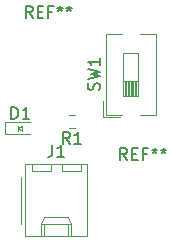
<source format=gbr>
%TF.GenerationSoftware,KiCad,Pcbnew,7.0.7*%
%TF.CreationDate,2023-09-06T19:49:04-05:00*%
%TF.ProjectId,prog1,70726f67-312e-46b6-9963-61645f706362,1.0*%
%TF.SameCoordinates,Original*%
%TF.FileFunction,Legend,Top*%
%TF.FilePolarity,Positive*%
%FSLAX46Y46*%
G04 Gerber Fmt 4.6, Leading zero omitted, Abs format (unit mm)*
G04 Created by KiCad (PCBNEW 7.0.7) date 2023-09-06 19:49:04*
%MOMM*%
%LPD*%
G01*
G04 APERTURE LIST*
%ADD10C,0.150000*%
%ADD11C,0.120000*%
%ADD12C,0.100000*%
G04 APERTURE END LIST*
D10*
X111666666Y-102254819D02*
X111333333Y-101778628D01*
X111095238Y-102254819D02*
X111095238Y-101254819D01*
X111095238Y-101254819D02*
X111476190Y-101254819D01*
X111476190Y-101254819D02*
X111571428Y-101302438D01*
X111571428Y-101302438D02*
X111619047Y-101350057D01*
X111619047Y-101350057D02*
X111666666Y-101445295D01*
X111666666Y-101445295D02*
X111666666Y-101588152D01*
X111666666Y-101588152D02*
X111619047Y-101683390D01*
X111619047Y-101683390D02*
X111571428Y-101731009D01*
X111571428Y-101731009D02*
X111476190Y-101778628D01*
X111476190Y-101778628D02*
X111095238Y-101778628D01*
X112095238Y-101731009D02*
X112428571Y-101731009D01*
X112571428Y-102254819D02*
X112095238Y-102254819D01*
X112095238Y-102254819D02*
X112095238Y-101254819D01*
X112095238Y-101254819D02*
X112571428Y-101254819D01*
X113333333Y-101731009D02*
X113000000Y-101731009D01*
X113000000Y-102254819D02*
X113000000Y-101254819D01*
X113000000Y-101254819D02*
X113476190Y-101254819D01*
X114000000Y-101254819D02*
X114000000Y-101492914D01*
X113761905Y-101397676D02*
X114000000Y-101492914D01*
X114000000Y-101492914D02*
X114238095Y-101397676D01*
X113857143Y-101683390D02*
X114000000Y-101492914D01*
X114000000Y-101492914D02*
X114142857Y-101683390D01*
X114761905Y-101254819D02*
X114761905Y-101492914D01*
X114523810Y-101397676D02*
X114761905Y-101492914D01*
X114761905Y-101492914D02*
X115000000Y-101397676D01*
X114619048Y-101683390D02*
X114761905Y-101492914D01*
X114761905Y-101492914D02*
X114904762Y-101683390D01*
X103666666Y-90234819D02*
X103333333Y-89758628D01*
X103095238Y-90234819D02*
X103095238Y-89234819D01*
X103095238Y-89234819D02*
X103476190Y-89234819D01*
X103476190Y-89234819D02*
X103571428Y-89282438D01*
X103571428Y-89282438D02*
X103619047Y-89330057D01*
X103619047Y-89330057D02*
X103666666Y-89425295D01*
X103666666Y-89425295D02*
X103666666Y-89568152D01*
X103666666Y-89568152D02*
X103619047Y-89663390D01*
X103619047Y-89663390D02*
X103571428Y-89711009D01*
X103571428Y-89711009D02*
X103476190Y-89758628D01*
X103476190Y-89758628D02*
X103095238Y-89758628D01*
X104095238Y-89711009D02*
X104428571Y-89711009D01*
X104571428Y-90234819D02*
X104095238Y-90234819D01*
X104095238Y-90234819D02*
X104095238Y-89234819D01*
X104095238Y-89234819D02*
X104571428Y-89234819D01*
X105333333Y-89711009D02*
X105000000Y-89711009D01*
X105000000Y-90234819D02*
X105000000Y-89234819D01*
X105000000Y-89234819D02*
X105476190Y-89234819D01*
X106000000Y-89234819D02*
X106000000Y-89472914D01*
X105761905Y-89377676D02*
X106000000Y-89472914D01*
X106000000Y-89472914D02*
X106238095Y-89377676D01*
X105857143Y-89663390D02*
X106000000Y-89472914D01*
X106000000Y-89472914D02*
X106142857Y-89663390D01*
X106761905Y-89234819D02*
X106761905Y-89472914D01*
X106523810Y-89377676D02*
X106761905Y-89472914D01*
X106761905Y-89472914D02*
X107000000Y-89377676D01*
X106619048Y-89663390D02*
X106761905Y-89472914D01*
X106761905Y-89472914D02*
X106904762Y-89663390D01*
X109297200Y-96333332D02*
X109344819Y-96190475D01*
X109344819Y-96190475D02*
X109344819Y-95952380D01*
X109344819Y-95952380D02*
X109297200Y-95857142D01*
X109297200Y-95857142D02*
X109249580Y-95809523D01*
X109249580Y-95809523D02*
X109154342Y-95761904D01*
X109154342Y-95761904D02*
X109059104Y-95761904D01*
X109059104Y-95761904D02*
X108963866Y-95809523D01*
X108963866Y-95809523D02*
X108916247Y-95857142D01*
X108916247Y-95857142D02*
X108868628Y-95952380D01*
X108868628Y-95952380D02*
X108821009Y-96142856D01*
X108821009Y-96142856D02*
X108773390Y-96238094D01*
X108773390Y-96238094D02*
X108725771Y-96285713D01*
X108725771Y-96285713D02*
X108630533Y-96333332D01*
X108630533Y-96333332D02*
X108535295Y-96333332D01*
X108535295Y-96333332D02*
X108440057Y-96285713D01*
X108440057Y-96285713D02*
X108392438Y-96238094D01*
X108392438Y-96238094D02*
X108344819Y-96142856D01*
X108344819Y-96142856D02*
X108344819Y-95904761D01*
X108344819Y-95904761D02*
X108392438Y-95761904D01*
X108344819Y-95428570D02*
X109344819Y-95190475D01*
X109344819Y-95190475D02*
X108630533Y-94999999D01*
X108630533Y-94999999D02*
X109344819Y-94809523D01*
X109344819Y-94809523D02*
X108344819Y-94571428D01*
X109344819Y-93666666D02*
X109344819Y-94238094D01*
X109344819Y-93952380D02*
X108344819Y-93952380D01*
X108344819Y-93952380D02*
X108487676Y-94047618D01*
X108487676Y-94047618D02*
X108582914Y-94142856D01*
X108582914Y-94142856D02*
X108630533Y-94238094D01*
X106833333Y-100884819D02*
X106500000Y-100408628D01*
X106261905Y-100884819D02*
X106261905Y-99884819D01*
X106261905Y-99884819D02*
X106642857Y-99884819D01*
X106642857Y-99884819D02*
X106738095Y-99932438D01*
X106738095Y-99932438D02*
X106785714Y-99980057D01*
X106785714Y-99980057D02*
X106833333Y-100075295D01*
X106833333Y-100075295D02*
X106833333Y-100218152D01*
X106833333Y-100218152D02*
X106785714Y-100313390D01*
X106785714Y-100313390D02*
X106738095Y-100361009D01*
X106738095Y-100361009D02*
X106642857Y-100408628D01*
X106642857Y-100408628D02*
X106261905Y-100408628D01*
X107785714Y-100884819D02*
X107214286Y-100884819D01*
X107500000Y-100884819D02*
X107500000Y-99884819D01*
X107500000Y-99884819D02*
X107404762Y-100027676D01*
X107404762Y-100027676D02*
X107309524Y-100122914D01*
X107309524Y-100122914D02*
X107214286Y-100170533D01*
X105330666Y-100998819D02*
X105330666Y-101713104D01*
X105330666Y-101713104D02*
X105283047Y-101855961D01*
X105283047Y-101855961D02*
X105187809Y-101951200D01*
X105187809Y-101951200D02*
X105044952Y-101998819D01*
X105044952Y-101998819D02*
X104949714Y-101998819D01*
X106330666Y-101998819D02*
X105759238Y-101998819D01*
X106044952Y-101998819D02*
X106044952Y-100998819D01*
X106044952Y-100998819D02*
X105949714Y-101141676D01*
X105949714Y-101141676D02*
X105854476Y-101236914D01*
X105854476Y-101236914D02*
X105759238Y-101284533D01*
X101877905Y-98772819D02*
X101877905Y-97772819D01*
X101877905Y-97772819D02*
X102116000Y-97772819D01*
X102116000Y-97772819D02*
X102258857Y-97820438D01*
X102258857Y-97820438D02*
X102354095Y-97915676D01*
X102354095Y-97915676D02*
X102401714Y-98010914D01*
X102401714Y-98010914D02*
X102449333Y-98201390D01*
X102449333Y-98201390D02*
X102449333Y-98344247D01*
X102449333Y-98344247D02*
X102401714Y-98534723D01*
X102401714Y-98534723D02*
X102354095Y-98629961D01*
X102354095Y-98629961D02*
X102258857Y-98725200D01*
X102258857Y-98725200D02*
X102116000Y-98772819D01*
X102116000Y-98772819D02*
X101877905Y-98772819D01*
X103401714Y-98772819D02*
X102830286Y-98772819D01*
X103116000Y-98772819D02*
X103116000Y-97772819D01*
X103116000Y-97772819D02*
X103020762Y-97915676D01*
X103020762Y-97915676D02*
X102925524Y-98010914D01*
X102925524Y-98010914D02*
X102830286Y-98058533D01*
D11*
%TO.C,SW1*%
X112800000Y-98410000D02*
X114110000Y-98410000D01*
X112565000Y-96810000D02*
X112565000Y-95603333D01*
X109650000Y-98650000D02*
X109650000Y-97267000D01*
X112205000Y-96810000D02*
X112205000Y-95603333D01*
X111845000Y-96810000D02*
X111845000Y-95603333D01*
X112635000Y-96810000D02*
X112635000Y-93190000D01*
X111365000Y-96810000D02*
X112635000Y-96810000D01*
X111725000Y-96810000D02*
X111725000Y-95603333D01*
X109890000Y-98410000D02*
X109890000Y-91590000D01*
X111965000Y-96810000D02*
X111965000Y-95603333D01*
X111605000Y-96810000D02*
X111605000Y-95603333D01*
X112325000Y-96810000D02*
X112325000Y-95603333D01*
X109650000Y-98650000D02*
X111033000Y-98650000D01*
X109890000Y-98410000D02*
X111200000Y-98410000D01*
X109890000Y-91590000D02*
X111200000Y-91590000D01*
X111485000Y-96810000D02*
X111485000Y-95603333D01*
X112085000Y-96810000D02*
X112085000Y-95603333D01*
X111365000Y-95603333D02*
X112635000Y-95603333D01*
X112635000Y-93190000D02*
X111365000Y-93190000D01*
X114110000Y-98410000D02*
X114110000Y-91590000D01*
X111365000Y-93190000D02*
X111365000Y-96810000D01*
X112445000Y-96810000D02*
X112445000Y-95603333D01*
X112800000Y-91590000D02*
X114110000Y-91590000D01*
%TO.C,R1*%
X107254724Y-98477500D02*
X106745276Y-98477500D01*
X107254724Y-99522500D02*
X106745276Y-99522500D01*
%TO.C,J1*%
X104644000Y-107124000D02*
X106684000Y-107124000D01*
X107734000Y-103234000D02*
X107734000Y-102634000D01*
X108314000Y-108654000D02*
X108314000Y-102634000D01*
X103594000Y-102634000D02*
X103594000Y-103234000D01*
X108314000Y-102634000D02*
X103014000Y-102634000D01*
X104394000Y-107654000D02*
X104644000Y-107124000D01*
X104644000Y-108654000D02*
X104644000Y-107654000D01*
X104394000Y-108654000D02*
X104394000Y-107654000D01*
X104394000Y-107654000D02*
X106934000Y-107654000D01*
X106684000Y-107124000D02*
X106934000Y-107654000D01*
X106134000Y-103234000D02*
X107734000Y-103234000D01*
X103594000Y-103234000D02*
X105194000Y-103234000D01*
X106684000Y-108654000D02*
X106684000Y-107654000D01*
X106934000Y-107654000D02*
X106934000Y-108654000D01*
X106134000Y-102634000D02*
X106134000Y-103234000D01*
X103014000Y-102634000D02*
X103014000Y-108654000D01*
X102724000Y-103664000D02*
X102724000Y-107664000D01*
X105194000Y-103234000D02*
X105194000Y-102634000D01*
X103014000Y-108654000D02*
X108314000Y-108654000D01*
%TO.C,D1*%
X101316000Y-99068000D02*
X103416000Y-99068000D01*
X101316000Y-100068000D02*
X103416000Y-100068000D01*
D12*
X102766000Y-99368000D02*
X102766000Y-99768000D01*
X102766000Y-99768000D02*
X102466000Y-99568000D01*
X102466000Y-99568000D02*
X102766000Y-99368000D01*
X102416000Y-99368000D02*
X102416000Y-99768000D01*
D11*
X101316000Y-99068000D02*
X101316000Y-100068000D01*
%TD*%
M02*

</source>
